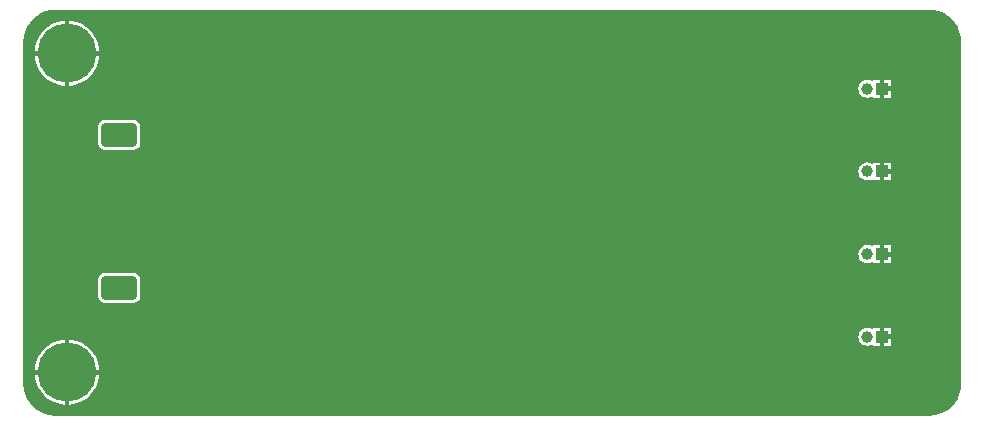
<source format=gbl>
G04 Layer_Physical_Order=2*
G04 Layer_Color=16724787*
%FSAX24Y24*%
%MOIN*%
G70*
G01*
G75*
%ADD32C,0.0394*%
%ADD33R,0.0394X0.0394*%
%ADD34C,0.1969*%
G04:AMPARAMS|DCode=35|XSize=78.7mil|YSize=118.1mil|CornerRadius=11.8mil|HoleSize=0mil|Usage=FLASHONLY|Rotation=90.000|XOffset=0mil|YOffset=0mil|HoleType=Round|Shape=RoundedRectangle|*
%AMROUNDEDRECTD35*
21,1,0.0787,0.0945,0,0,90.0*
21,1,0.0551,0.1181,0,0,90.0*
1,1,0.0236,0.0472,0.0276*
1,1,0.0236,0.0472,-0.0276*
1,1,0.0236,-0.0472,-0.0276*
1,1,0.0236,-0.0472,0.0276*
%
%ADD35ROUNDEDRECTD35*%
%ADD36C,0.0256*%
%ADD37C,0.0236*%
%ADD38C,0.0276*%
G36*
X045433Y023657D02*
Y023657D01*
X045482Y023654D01*
X045599Y023645D01*
X045761Y023606D01*
X045914Y023543D01*
X046056Y023456D01*
X046182Y023348D01*
X046290Y023221D01*
X046377Y023080D01*
X046441Y022926D01*
X046480Y022764D01*
X046489Y022647D01*
X046492Y022598D01*
X046492D01*
X046492Y022598D01*
X046492Y011231D01*
X046492Y011181D01*
X046492Y011181D01*
Y011181D01*
Y011181D01*
X046489Y011132D01*
X046480Y011015D01*
X046441Y010854D01*
X046377Y010700D01*
X046290Y010558D01*
X046182Y010432D01*
X046056Y010324D01*
X045914Y010237D01*
X045761Y010173D01*
X045599Y010134D01*
X045435Y010122D01*
X045433Y010122D01*
X016299Y010122D01*
X016297Y010122D01*
X016133Y010134D01*
X015972Y010173D01*
X015818Y010237D01*
X015676Y010324D01*
X015550Y010432D01*
X015442Y010558D01*
X015355Y010700D01*
X015291Y010854D01*
X015253Y011015D01*
X015240Y011179D01*
X015240Y011181D01*
X015240Y022598D01*
X015240Y022601D01*
X015253Y022764D01*
X015291Y022926D01*
X015355Y023080D01*
X015442Y023221D01*
X015550Y023348D01*
X015676Y023456D01*
X015818Y023543D01*
X015972Y023606D01*
X016133Y023645D01*
X016251Y023654D01*
X016299Y023657D01*
X016299D01*
X016299D01*
X016299Y023657D01*
X016349Y023657D01*
X016349Y023657D01*
X016349Y023657D01*
X016349Y023657D01*
X045433Y023658D01*
X045433Y023657D01*
D02*
G37*
%LPC*%
G36*
X018905Y014888D02*
X017960D01*
X017875Y014871D01*
X017803Y014823D01*
X017754Y014750D01*
X017737Y014665D01*
Y014114D01*
X017754Y014029D01*
X017803Y013957D01*
X017875Y013909D01*
X017960Y013892D01*
X018905D01*
X018990Y013909D01*
X019062Y013957D01*
X019110Y014029D01*
X019127Y014114D01*
Y014665D01*
X019110Y014750D01*
X019062Y014823D01*
X018990Y014871D01*
X018905Y014888D01*
D02*
G37*
G36*
X044155Y013053D02*
X043937D01*
Y012835D01*
X044155D01*
Y013053D01*
D02*
G37*
G36*
X043366Y015811D02*
X043289Y015801D01*
X043216Y015771D01*
X043154Y015724D01*
X043107Y015662D01*
X043077Y015589D01*
X043067Y015512D01*
X043077Y015434D01*
X043107Y015362D01*
X043154Y015300D01*
X043216Y015253D01*
X043289Y015223D01*
X043366Y015212D01*
X043444Y015223D01*
X043511Y015251D01*
X043548Y015238D01*
X043561Y015231D01*
Y015215D01*
X043780D01*
Y015512D01*
Y015809D01*
X043561D01*
Y015793D01*
X043548Y015786D01*
X043511Y015773D01*
X043444Y015801D01*
X043366Y015811D01*
D02*
G37*
G36*
X044155Y015809D02*
X043937D01*
Y015591D01*
X044155D01*
Y015809D01*
D02*
G37*
G36*
Y015433D02*
X043937D01*
Y015215D01*
X044155D01*
Y015433D01*
D02*
G37*
G36*
Y012677D02*
X043937D01*
Y012459D01*
X044155D01*
Y012677D01*
D02*
G37*
G36*
X017774Y011496D02*
X016772D01*
Y010493D01*
X016863Y010501D01*
X017029Y010540D01*
X017187Y010606D01*
X017332Y010695D01*
X017462Y010806D01*
X017573Y010936D01*
X017662Y011081D01*
X017727Y011239D01*
X017767Y011405D01*
X017774Y011496D01*
D02*
G37*
G36*
X016614D02*
X015611D01*
X015619Y011405D01*
X015659Y011239D01*
X015724Y011081D01*
X015813Y010936D01*
X015924Y010806D01*
X016054Y010695D01*
X016199Y010606D01*
X016357Y010540D01*
X016523Y010501D01*
X016614Y010493D01*
Y011496D01*
D02*
G37*
G36*
Y012656D02*
X016523Y012649D01*
X016357Y012609D01*
X016199Y012544D01*
X016054Y012455D01*
X015924Y012344D01*
X015813Y012214D01*
X015724Y012069D01*
X015659Y011911D01*
X015619Y011745D01*
X015611Y011654D01*
X016614D01*
Y012656D01*
D02*
G37*
G36*
X043366Y013055D02*
X043289Y013045D01*
X043216Y013015D01*
X043154Y012968D01*
X043107Y012906D01*
X043077Y012833D01*
X043067Y012756D01*
X043077Y012678D01*
X043107Y012606D01*
X043154Y012544D01*
X043216Y012497D01*
X043289Y012467D01*
X043366Y012456D01*
X043444Y012467D01*
X043511Y012495D01*
X043548Y012482D01*
X043561Y012475D01*
Y012459D01*
X043780D01*
Y012756D01*
Y013053D01*
X043561D01*
Y013037D01*
X043548Y013030D01*
X043511Y013017D01*
X043444Y013045D01*
X043366Y013055D01*
D02*
G37*
G36*
X016772Y012656D02*
Y011654D01*
X017774D01*
X017767Y011745D01*
X017727Y011911D01*
X017662Y012069D01*
X017573Y012214D01*
X017462Y012344D01*
X017332Y012455D01*
X017187Y012544D01*
X017029Y012609D01*
X016863Y012649D01*
X016772Y012656D01*
D02*
G37*
G36*
X016614Y022126D02*
X015611D01*
X015619Y022035D01*
X015659Y021869D01*
X015724Y021711D01*
X015813Y021565D01*
X015924Y021436D01*
X016054Y021325D01*
X016199Y021236D01*
X016357Y021170D01*
X016523Y021131D01*
X016614Y021123D01*
Y022126D01*
D02*
G37*
G36*
X044155Y021320D02*
X043937D01*
Y021102D01*
X044155D01*
Y021320D01*
D02*
G37*
G36*
X017774Y022126D02*
X016772D01*
Y021123D01*
X016863Y021131D01*
X017029Y021170D01*
X017187Y021236D01*
X017332Y021325D01*
X017462Y021436D01*
X017573Y021565D01*
X017662Y021711D01*
X017727Y021869D01*
X017767Y022035D01*
X017774Y022126D01*
D02*
G37*
G36*
X016772Y023286D02*
Y022283D01*
X017774D01*
X017767Y022375D01*
X017727Y022541D01*
X017662Y022698D01*
X017573Y022844D01*
X017462Y022974D01*
X017332Y023085D01*
X017187Y023174D01*
X017029Y023239D01*
X016863Y023279D01*
X016772Y023286D01*
D02*
G37*
G36*
X016614D02*
X016523Y023279D01*
X016357Y023239D01*
X016199Y023174D01*
X016054Y023085D01*
X015924Y022974D01*
X015813Y022844D01*
X015724Y022698D01*
X015659Y022541D01*
X015619Y022375D01*
X015611Y022283D01*
X016614D01*
Y023286D01*
D02*
G37*
G36*
X044155Y020945D02*
X043937D01*
Y020727D01*
X044155D01*
Y020945D01*
D02*
G37*
G36*
Y018189D02*
X043937D01*
Y017971D01*
X044155D01*
Y018189D01*
D02*
G37*
G36*
X043366Y018567D02*
X043289Y018557D01*
X043216Y018527D01*
X043154Y018479D01*
X043107Y018417D01*
X043077Y018345D01*
X043067Y018268D01*
X043077Y018190D01*
X043107Y018118D01*
X043154Y018056D01*
X043216Y018008D01*
X043289Y017979D01*
X043366Y017968D01*
X043444Y017979D01*
X043511Y018007D01*
X043548Y017993D01*
X043561Y017987D01*
Y017971D01*
X043780D01*
Y018268D01*
Y018565D01*
X043561D01*
Y018549D01*
X043548Y018542D01*
X043511Y018529D01*
X043444Y018557D01*
X043366Y018567D01*
D02*
G37*
G36*
X044155Y018565D02*
X043937D01*
Y018346D01*
X044155D01*
Y018565D01*
D02*
G37*
G36*
X043366Y021323D02*
X043289Y021313D01*
X043216Y021283D01*
X043154Y021235D01*
X043107Y021173D01*
X043077Y021101D01*
X043067Y021024D01*
X043077Y020946D01*
X043107Y020874D01*
X043154Y020812D01*
X043216Y020764D01*
X043289Y020734D01*
X043366Y020724D01*
X043444Y020734D01*
X043511Y020762D01*
X043548Y020749D01*
X043561Y020743D01*
Y020727D01*
X043780D01*
Y021024D01*
Y021320D01*
X043561D01*
Y021304D01*
X043548Y021298D01*
X043511Y021285D01*
X043444Y021313D01*
X043366Y021323D01*
D02*
G37*
G36*
X018905Y019988D02*
X017960D01*
X017875Y019971D01*
X017803Y019923D01*
X017754Y019850D01*
X017737Y019765D01*
Y019214D01*
X017754Y019129D01*
X017803Y019057D01*
X017875Y019009D01*
X017960Y018992D01*
X018905D01*
X018990Y019009D01*
X019062Y019057D01*
X019110Y019129D01*
X019127Y019214D01*
Y019765D01*
X019110Y019850D01*
X019062Y019923D01*
X018990Y019971D01*
X018905Y019988D01*
D02*
G37*
%LPD*%
D32*
X043366Y021024D02*
D03*
Y012756D02*
D03*
Y015512D02*
D03*
Y018268D02*
D03*
D33*
X043858Y021024D02*
D03*
Y012756D02*
D03*
Y015512D02*
D03*
Y018268D02*
D03*
D34*
X016693Y022205D02*
D03*
Y011575D02*
D03*
D35*
X018432Y014390D02*
D03*
Y019490D02*
D03*
D36*
X039961Y020906D02*
D03*
Y020591D02*
D03*
Y020276D02*
D03*
X040315Y020591D02*
D03*
X028889Y019744D02*
D03*
X028456D02*
D03*
Y019311D02*
D03*
X028023Y019744D02*
D03*
Y019311D02*
D03*
X030315Y023465D02*
D03*
Y023110D02*
D03*
Y022756D02*
D03*
X026969Y012717D02*
D03*
Y012323D02*
D03*
Y011929D02*
D03*
Y011535D02*
D03*
Y011142D02*
D03*
Y010748D02*
D03*
Y010354D02*
D03*
X034803Y013425D02*
D03*
Y013110D02*
D03*
X034882Y011614D02*
D03*
X034843Y011024D02*
D03*
X039843D02*
D03*
X039331Y013228D02*
D03*
X032480Y022008D02*
D03*
Y022598D02*
D03*
X037677Y018661D02*
D03*
X037165D02*
D03*
X036614D02*
D03*
X031811Y013425D02*
D03*
Y013110D02*
D03*
Y012795D02*
D03*
Y012441D02*
D03*
X032362Y013189D02*
D03*
X032717D02*
D03*
X037283D02*
D03*
X037638D02*
D03*
X034528Y020394D02*
D03*
X034921Y020406D02*
D03*
X039016Y020394D02*
D03*
X039409D02*
D03*
X038465Y020512D02*
D03*
Y020197D02*
D03*
X033976Y020551D02*
D03*
Y020157D02*
D03*
X034803Y013740D02*
D03*
X034488D02*
D03*
Y013425D02*
D03*
Y013110D02*
D03*
X036732Y012835D02*
D03*
Y013150D02*
D03*
Y013465D02*
D03*
X035472Y020091D02*
D03*
Y020406D02*
D03*
Y020721D02*
D03*
X035748Y020079D02*
D03*
Y020394D02*
D03*
Y020709D02*
D03*
X032323Y019882D02*
D03*
Y020197D02*
D03*
Y020512D02*
D03*
X032677Y019882D02*
D03*
Y020197D02*
D03*
Y020512D02*
D03*
X040315Y020906D02*
D03*
Y021220D02*
D03*
X036417Y012835D02*
D03*
Y013150D02*
D03*
Y013465D02*
D03*
X029961Y014055D02*
D03*
Y014370D02*
D03*
Y014685D02*
D03*
X030354Y014055D02*
D03*
Y014370D02*
D03*
Y014685D02*
D03*
X027244Y021693D02*
D03*
Y022008D02*
D03*
Y022323D02*
D03*
X028889Y019311D02*
D03*
X027165Y018543D02*
D03*
D37*
X025866Y018661D02*
D03*
Y019173D02*
D03*
X026378Y018150D02*
D03*
X025866D02*
D03*
Y019646D02*
D03*
X030197Y020945D02*
D03*
Y020630D02*
D03*
Y020315D02*
D03*
X026890Y018150D02*
D03*
X019567Y014606D02*
D03*
Y014882D02*
D03*
Y015157D02*
D03*
Y015433D02*
D03*
Y015709D02*
D03*
Y015984D02*
D03*
Y016260D02*
D03*
X024882Y020472D02*
D03*
Y020748D02*
D03*
X025327Y017126D02*
D03*
X025315Y017441D02*
D03*
Y017756D02*
D03*
D38*
X039724Y021457D02*
D03*
X035236Y021417D02*
D03*
X037008Y012205D02*
D03*
X032008Y012185D02*
D03*
X037008Y021929D02*
D03*
Y022638D02*
D03*
X040000Y022283D02*
D03*
M02*

</source>
